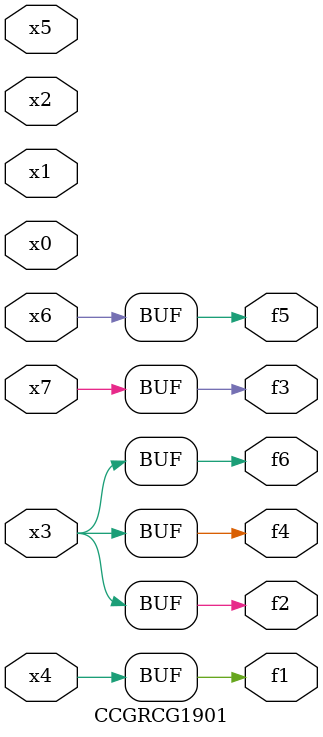
<source format=v>
module CCGRCG1901(
	input x0, x1, x2, x3, x4, x5, x6, x7,
	output f1, f2, f3, f4, f5, f6
);
	assign f1 = x4;
	assign f2 = x3;
	assign f3 = x7;
	assign f4 = x3;
	assign f5 = x6;
	assign f6 = x3;
endmodule

</source>
